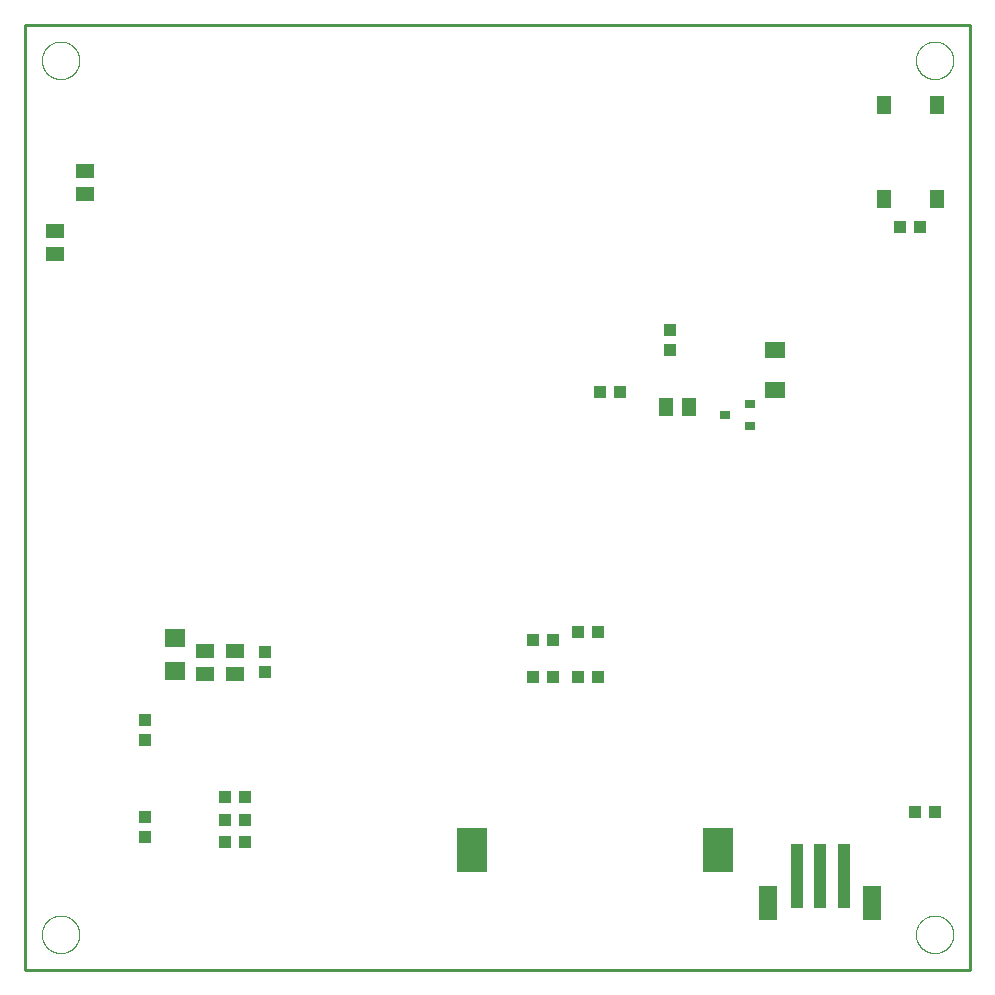
<source format=gbp>
G75*
%MOIN*%
%OFA0B0*%
%FSLAX25Y25*%
%IPPOS*%
%LPD*%
%AMOC8*
5,1,8,0,0,1.08239X$1,22.5*
%
%ADD10C,0.01000*%
%ADD11C,0.00000*%
%ADD12R,0.04331X0.03937*%
%ADD13R,0.03937X0.04331*%
%ADD14R,0.05906X0.05118*%
%ADD15R,0.07087X0.06299*%
%ADD16R,0.03543X0.03150*%
%ADD17R,0.05118X0.05906*%
%ADD18R,0.07087X0.05512*%
%ADD19R,0.05118X0.06102*%
%ADD20R,0.03937X0.21654*%
%ADD21R,0.06299X0.11811*%
%ADD22R,0.10000X0.15000*%
D10*
X0032280Y0028618D02*
X0032280Y0343579D01*
X0347241Y0343579D01*
X0347241Y0028618D01*
X0032280Y0028618D01*
D11*
X0037841Y0040429D02*
X0037843Y0040587D01*
X0037849Y0040744D01*
X0037859Y0040902D01*
X0037873Y0041059D01*
X0037891Y0041215D01*
X0037912Y0041372D01*
X0037938Y0041527D01*
X0037968Y0041682D01*
X0038001Y0041836D01*
X0038039Y0041989D01*
X0038080Y0042142D01*
X0038125Y0042293D01*
X0038174Y0042443D01*
X0038227Y0042591D01*
X0038283Y0042739D01*
X0038344Y0042884D01*
X0038407Y0043029D01*
X0038475Y0043171D01*
X0038546Y0043312D01*
X0038620Y0043451D01*
X0038698Y0043588D01*
X0038780Y0043723D01*
X0038864Y0043856D01*
X0038953Y0043987D01*
X0039044Y0044115D01*
X0039139Y0044242D01*
X0039236Y0044365D01*
X0039337Y0044487D01*
X0039441Y0044605D01*
X0039548Y0044721D01*
X0039658Y0044834D01*
X0039770Y0044945D01*
X0039886Y0045052D01*
X0040004Y0045157D01*
X0040124Y0045259D01*
X0040247Y0045357D01*
X0040373Y0045453D01*
X0040501Y0045545D01*
X0040631Y0045634D01*
X0040763Y0045720D01*
X0040898Y0045802D01*
X0041035Y0045881D01*
X0041173Y0045956D01*
X0041313Y0046028D01*
X0041456Y0046096D01*
X0041599Y0046161D01*
X0041745Y0046222D01*
X0041892Y0046279D01*
X0042040Y0046333D01*
X0042190Y0046383D01*
X0042340Y0046429D01*
X0042492Y0046471D01*
X0042645Y0046510D01*
X0042799Y0046544D01*
X0042954Y0046575D01*
X0043109Y0046601D01*
X0043265Y0046624D01*
X0043422Y0046643D01*
X0043579Y0046658D01*
X0043736Y0046669D01*
X0043894Y0046676D01*
X0044052Y0046679D01*
X0044209Y0046678D01*
X0044367Y0046673D01*
X0044524Y0046664D01*
X0044682Y0046651D01*
X0044838Y0046634D01*
X0044995Y0046613D01*
X0045150Y0046589D01*
X0045305Y0046560D01*
X0045460Y0046527D01*
X0045613Y0046491D01*
X0045766Y0046450D01*
X0045917Y0046406D01*
X0046067Y0046358D01*
X0046216Y0046307D01*
X0046364Y0046251D01*
X0046510Y0046192D01*
X0046655Y0046129D01*
X0046798Y0046062D01*
X0046939Y0045992D01*
X0047078Y0045919D01*
X0047216Y0045842D01*
X0047352Y0045761D01*
X0047485Y0045677D01*
X0047616Y0045590D01*
X0047745Y0045499D01*
X0047872Y0045405D01*
X0047997Y0045308D01*
X0048118Y0045208D01*
X0048238Y0045105D01*
X0048354Y0044999D01*
X0048468Y0044890D01*
X0048580Y0044778D01*
X0048688Y0044664D01*
X0048793Y0044546D01*
X0048896Y0044426D01*
X0048995Y0044304D01*
X0049091Y0044179D01*
X0049184Y0044051D01*
X0049274Y0043922D01*
X0049360Y0043790D01*
X0049444Y0043656D01*
X0049523Y0043520D01*
X0049600Y0043382D01*
X0049672Y0043242D01*
X0049741Y0043100D01*
X0049807Y0042957D01*
X0049869Y0042812D01*
X0049927Y0042665D01*
X0049982Y0042517D01*
X0050033Y0042368D01*
X0050080Y0042217D01*
X0050123Y0042066D01*
X0050162Y0041913D01*
X0050198Y0041759D01*
X0050229Y0041605D01*
X0050257Y0041450D01*
X0050281Y0041294D01*
X0050301Y0041137D01*
X0050317Y0040980D01*
X0050329Y0040823D01*
X0050337Y0040666D01*
X0050341Y0040508D01*
X0050341Y0040350D01*
X0050337Y0040192D01*
X0050329Y0040035D01*
X0050317Y0039878D01*
X0050301Y0039721D01*
X0050281Y0039564D01*
X0050257Y0039408D01*
X0050229Y0039253D01*
X0050198Y0039099D01*
X0050162Y0038945D01*
X0050123Y0038792D01*
X0050080Y0038641D01*
X0050033Y0038490D01*
X0049982Y0038341D01*
X0049927Y0038193D01*
X0049869Y0038046D01*
X0049807Y0037901D01*
X0049741Y0037758D01*
X0049672Y0037616D01*
X0049600Y0037476D01*
X0049523Y0037338D01*
X0049444Y0037202D01*
X0049360Y0037068D01*
X0049274Y0036936D01*
X0049184Y0036807D01*
X0049091Y0036679D01*
X0048995Y0036554D01*
X0048896Y0036432D01*
X0048793Y0036312D01*
X0048688Y0036194D01*
X0048580Y0036080D01*
X0048468Y0035968D01*
X0048354Y0035859D01*
X0048238Y0035753D01*
X0048118Y0035650D01*
X0047997Y0035550D01*
X0047872Y0035453D01*
X0047745Y0035359D01*
X0047616Y0035268D01*
X0047485Y0035181D01*
X0047352Y0035097D01*
X0047216Y0035016D01*
X0047078Y0034939D01*
X0046939Y0034866D01*
X0046798Y0034796D01*
X0046655Y0034729D01*
X0046510Y0034666D01*
X0046364Y0034607D01*
X0046216Y0034551D01*
X0046067Y0034500D01*
X0045917Y0034452D01*
X0045766Y0034408D01*
X0045613Y0034367D01*
X0045460Y0034331D01*
X0045305Y0034298D01*
X0045150Y0034269D01*
X0044995Y0034245D01*
X0044838Y0034224D01*
X0044682Y0034207D01*
X0044524Y0034194D01*
X0044367Y0034185D01*
X0044209Y0034180D01*
X0044052Y0034179D01*
X0043894Y0034182D01*
X0043736Y0034189D01*
X0043579Y0034200D01*
X0043422Y0034215D01*
X0043265Y0034234D01*
X0043109Y0034257D01*
X0042954Y0034283D01*
X0042799Y0034314D01*
X0042645Y0034348D01*
X0042492Y0034387D01*
X0042340Y0034429D01*
X0042190Y0034475D01*
X0042040Y0034525D01*
X0041892Y0034579D01*
X0041745Y0034636D01*
X0041599Y0034697D01*
X0041456Y0034762D01*
X0041313Y0034830D01*
X0041173Y0034902D01*
X0041035Y0034977D01*
X0040898Y0035056D01*
X0040763Y0035138D01*
X0040631Y0035224D01*
X0040501Y0035313D01*
X0040373Y0035405D01*
X0040247Y0035501D01*
X0040124Y0035599D01*
X0040004Y0035701D01*
X0039886Y0035806D01*
X0039770Y0035913D01*
X0039658Y0036024D01*
X0039548Y0036137D01*
X0039441Y0036253D01*
X0039337Y0036371D01*
X0039236Y0036493D01*
X0039139Y0036616D01*
X0039044Y0036743D01*
X0038953Y0036871D01*
X0038864Y0037002D01*
X0038780Y0037135D01*
X0038698Y0037270D01*
X0038620Y0037407D01*
X0038546Y0037546D01*
X0038475Y0037687D01*
X0038407Y0037829D01*
X0038344Y0037974D01*
X0038283Y0038119D01*
X0038227Y0038267D01*
X0038174Y0038415D01*
X0038125Y0038565D01*
X0038080Y0038716D01*
X0038039Y0038869D01*
X0038001Y0039022D01*
X0037968Y0039176D01*
X0037938Y0039331D01*
X0037912Y0039486D01*
X0037891Y0039643D01*
X0037873Y0039799D01*
X0037859Y0039956D01*
X0037849Y0040114D01*
X0037843Y0040271D01*
X0037841Y0040429D01*
X0329180Y0040429D02*
X0329182Y0040587D01*
X0329188Y0040744D01*
X0329198Y0040902D01*
X0329212Y0041059D01*
X0329230Y0041215D01*
X0329251Y0041372D01*
X0329277Y0041527D01*
X0329307Y0041682D01*
X0329340Y0041836D01*
X0329378Y0041989D01*
X0329419Y0042142D01*
X0329464Y0042293D01*
X0329513Y0042443D01*
X0329566Y0042591D01*
X0329622Y0042739D01*
X0329683Y0042884D01*
X0329746Y0043029D01*
X0329814Y0043171D01*
X0329885Y0043312D01*
X0329959Y0043451D01*
X0330037Y0043588D01*
X0330119Y0043723D01*
X0330203Y0043856D01*
X0330292Y0043987D01*
X0330383Y0044115D01*
X0330478Y0044242D01*
X0330575Y0044365D01*
X0330676Y0044487D01*
X0330780Y0044605D01*
X0330887Y0044721D01*
X0330997Y0044834D01*
X0331109Y0044945D01*
X0331225Y0045052D01*
X0331343Y0045157D01*
X0331463Y0045259D01*
X0331586Y0045357D01*
X0331712Y0045453D01*
X0331840Y0045545D01*
X0331970Y0045634D01*
X0332102Y0045720D01*
X0332237Y0045802D01*
X0332374Y0045881D01*
X0332512Y0045956D01*
X0332652Y0046028D01*
X0332795Y0046096D01*
X0332938Y0046161D01*
X0333084Y0046222D01*
X0333231Y0046279D01*
X0333379Y0046333D01*
X0333529Y0046383D01*
X0333679Y0046429D01*
X0333831Y0046471D01*
X0333984Y0046510D01*
X0334138Y0046544D01*
X0334293Y0046575D01*
X0334448Y0046601D01*
X0334604Y0046624D01*
X0334761Y0046643D01*
X0334918Y0046658D01*
X0335075Y0046669D01*
X0335233Y0046676D01*
X0335391Y0046679D01*
X0335548Y0046678D01*
X0335706Y0046673D01*
X0335863Y0046664D01*
X0336021Y0046651D01*
X0336177Y0046634D01*
X0336334Y0046613D01*
X0336489Y0046589D01*
X0336644Y0046560D01*
X0336799Y0046527D01*
X0336952Y0046491D01*
X0337105Y0046450D01*
X0337256Y0046406D01*
X0337406Y0046358D01*
X0337555Y0046307D01*
X0337703Y0046251D01*
X0337849Y0046192D01*
X0337994Y0046129D01*
X0338137Y0046062D01*
X0338278Y0045992D01*
X0338417Y0045919D01*
X0338555Y0045842D01*
X0338691Y0045761D01*
X0338824Y0045677D01*
X0338955Y0045590D01*
X0339084Y0045499D01*
X0339211Y0045405D01*
X0339336Y0045308D01*
X0339457Y0045208D01*
X0339577Y0045105D01*
X0339693Y0044999D01*
X0339807Y0044890D01*
X0339919Y0044778D01*
X0340027Y0044664D01*
X0340132Y0044546D01*
X0340235Y0044426D01*
X0340334Y0044304D01*
X0340430Y0044179D01*
X0340523Y0044051D01*
X0340613Y0043922D01*
X0340699Y0043790D01*
X0340783Y0043656D01*
X0340862Y0043520D01*
X0340939Y0043382D01*
X0341011Y0043242D01*
X0341080Y0043100D01*
X0341146Y0042957D01*
X0341208Y0042812D01*
X0341266Y0042665D01*
X0341321Y0042517D01*
X0341372Y0042368D01*
X0341419Y0042217D01*
X0341462Y0042066D01*
X0341501Y0041913D01*
X0341537Y0041759D01*
X0341568Y0041605D01*
X0341596Y0041450D01*
X0341620Y0041294D01*
X0341640Y0041137D01*
X0341656Y0040980D01*
X0341668Y0040823D01*
X0341676Y0040666D01*
X0341680Y0040508D01*
X0341680Y0040350D01*
X0341676Y0040192D01*
X0341668Y0040035D01*
X0341656Y0039878D01*
X0341640Y0039721D01*
X0341620Y0039564D01*
X0341596Y0039408D01*
X0341568Y0039253D01*
X0341537Y0039099D01*
X0341501Y0038945D01*
X0341462Y0038792D01*
X0341419Y0038641D01*
X0341372Y0038490D01*
X0341321Y0038341D01*
X0341266Y0038193D01*
X0341208Y0038046D01*
X0341146Y0037901D01*
X0341080Y0037758D01*
X0341011Y0037616D01*
X0340939Y0037476D01*
X0340862Y0037338D01*
X0340783Y0037202D01*
X0340699Y0037068D01*
X0340613Y0036936D01*
X0340523Y0036807D01*
X0340430Y0036679D01*
X0340334Y0036554D01*
X0340235Y0036432D01*
X0340132Y0036312D01*
X0340027Y0036194D01*
X0339919Y0036080D01*
X0339807Y0035968D01*
X0339693Y0035859D01*
X0339577Y0035753D01*
X0339457Y0035650D01*
X0339336Y0035550D01*
X0339211Y0035453D01*
X0339084Y0035359D01*
X0338955Y0035268D01*
X0338824Y0035181D01*
X0338691Y0035097D01*
X0338555Y0035016D01*
X0338417Y0034939D01*
X0338278Y0034866D01*
X0338137Y0034796D01*
X0337994Y0034729D01*
X0337849Y0034666D01*
X0337703Y0034607D01*
X0337555Y0034551D01*
X0337406Y0034500D01*
X0337256Y0034452D01*
X0337105Y0034408D01*
X0336952Y0034367D01*
X0336799Y0034331D01*
X0336644Y0034298D01*
X0336489Y0034269D01*
X0336334Y0034245D01*
X0336177Y0034224D01*
X0336021Y0034207D01*
X0335863Y0034194D01*
X0335706Y0034185D01*
X0335548Y0034180D01*
X0335391Y0034179D01*
X0335233Y0034182D01*
X0335075Y0034189D01*
X0334918Y0034200D01*
X0334761Y0034215D01*
X0334604Y0034234D01*
X0334448Y0034257D01*
X0334293Y0034283D01*
X0334138Y0034314D01*
X0333984Y0034348D01*
X0333831Y0034387D01*
X0333679Y0034429D01*
X0333529Y0034475D01*
X0333379Y0034525D01*
X0333231Y0034579D01*
X0333084Y0034636D01*
X0332938Y0034697D01*
X0332795Y0034762D01*
X0332652Y0034830D01*
X0332512Y0034902D01*
X0332374Y0034977D01*
X0332237Y0035056D01*
X0332102Y0035138D01*
X0331970Y0035224D01*
X0331840Y0035313D01*
X0331712Y0035405D01*
X0331586Y0035501D01*
X0331463Y0035599D01*
X0331343Y0035701D01*
X0331225Y0035806D01*
X0331109Y0035913D01*
X0330997Y0036024D01*
X0330887Y0036137D01*
X0330780Y0036253D01*
X0330676Y0036371D01*
X0330575Y0036493D01*
X0330478Y0036616D01*
X0330383Y0036743D01*
X0330292Y0036871D01*
X0330203Y0037002D01*
X0330119Y0037135D01*
X0330037Y0037270D01*
X0329959Y0037407D01*
X0329885Y0037546D01*
X0329814Y0037687D01*
X0329746Y0037829D01*
X0329683Y0037974D01*
X0329622Y0038119D01*
X0329566Y0038267D01*
X0329513Y0038415D01*
X0329464Y0038565D01*
X0329419Y0038716D01*
X0329378Y0038869D01*
X0329340Y0039022D01*
X0329307Y0039176D01*
X0329277Y0039331D01*
X0329251Y0039486D01*
X0329230Y0039643D01*
X0329212Y0039799D01*
X0329198Y0039956D01*
X0329188Y0040114D01*
X0329182Y0040271D01*
X0329180Y0040429D01*
X0329180Y0331768D02*
X0329182Y0331926D01*
X0329188Y0332083D01*
X0329198Y0332241D01*
X0329212Y0332398D01*
X0329230Y0332554D01*
X0329251Y0332711D01*
X0329277Y0332866D01*
X0329307Y0333021D01*
X0329340Y0333175D01*
X0329378Y0333328D01*
X0329419Y0333481D01*
X0329464Y0333632D01*
X0329513Y0333782D01*
X0329566Y0333930D01*
X0329622Y0334078D01*
X0329683Y0334223D01*
X0329746Y0334368D01*
X0329814Y0334510D01*
X0329885Y0334651D01*
X0329959Y0334790D01*
X0330037Y0334927D01*
X0330119Y0335062D01*
X0330203Y0335195D01*
X0330292Y0335326D01*
X0330383Y0335454D01*
X0330478Y0335581D01*
X0330575Y0335704D01*
X0330676Y0335826D01*
X0330780Y0335944D01*
X0330887Y0336060D01*
X0330997Y0336173D01*
X0331109Y0336284D01*
X0331225Y0336391D01*
X0331343Y0336496D01*
X0331463Y0336598D01*
X0331586Y0336696D01*
X0331712Y0336792D01*
X0331840Y0336884D01*
X0331970Y0336973D01*
X0332102Y0337059D01*
X0332237Y0337141D01*
X0332374Y0337220D01*
X0332512Y0337295D01*
X0332652Y0337367D01*
X0332795Y0337435D01*
X0332938Y0337500D01*
X0333084Y0337561D01*
X0333231Y0337618D01*
X0333379Y0337672D01*
X0333529Y0337722D01*
X0333679Y0337768D01*
X0333831Y0337810D01*
X0333984Y0337849D01*
X0334138Y0337883D01*
X0334293Y0337914D01*
X0334448Y0337940D01*
X0334604Y0337963D01*
X0334761Y0337982D01*
X0334918Y0337997D01*
X0335075Y0338008D01*
X0335233Y0338015D01*
X0335391Y0338018D01*
X0335548Y0338017D01*
X0335706Y0338012D01*
X0335863Y0338003D01*
X0336021Y0337990D01*
X0336177Y0337973D01*
X0336334Y0337952D01*
X0336489Y0337928D01*
X0336644Y0337899D01*
X0336799Y0337866D01*
X0336952Y0337830D01*
X0337105Y0337789D01*
X0337256Y0337745D01*
X0337406Y0337697D01*
X0337555Y0337646D01*
X0337703Y0337590D01*
X0337849Y0337531D01*
X0337994Y0337468D01*
X0338137Y0337401D01*
X0338278Y0337331D01*
X0338417Y0337258D01*
X0338555Y0337181D01*
X0338691Y0337100D01*
X0338824Y0337016D01*
X0338955Y0336929D01*
X0339084Y0336838D01*
X0339211Y0336744D01*
X0339336Y0336647D01*
X0339457Y0336547D01*
X0339577Y0336444D01*
X0339693Y0336338D01*
X0339807Y0336229D01*
X0339919Y0336117D01*
X0340027Y0336003D01*
X0340132Y0335885D01*
X0340235Y0335765D01*
X0340334Y0335643D01*
X0340430Y0335518D01*
X0340523Y0335390D01*
X0340613Y0335261D01*
X0340699Y0335129D01*
X0340783Y0334995D01*
X0340862Y0334859D01*
X0340939Y0334721D01*
X0341011Y0334581D01*
X0341080Y0334439D01*
X0341146Y0334296D01*
X0341208Y0334151D01*
X0341266Y0334004D01*
X0341321Y0333856D01*
X0341372Y0333707D01*
X0341419Y0333556D01*
X0341462Y0333405D01*
X0341501Y0333252D01*
X0341537Y0333098D01*
X0341568Y0332944D01*
X0341596Y0332789D01*
X0341620Y0332633D01*
X0341640Y0332476D01*
X0341656Y0332319D01*
X0341668Y0332162D01*
X0341676Y0332005D01*
X0341680Y0331847D01*
X0341680Y0331689D01*
X0341676Y0331531D01*
X0341668Y0331374D01*
X0341656Y0331217D01*
X0341640Y0331060D01*
X0341620Y0330903D01*
X0341596Y0330747D01*
X0341568Y0330592D01*
X0341537Y0330438D01*
X0341501Y0330284D01*
X0341462Y0330131D01*
X0341419Y0329980D01*
X0341372Y0329829D01*
X0341321Y0329680D01*
X0341266Y0329532D01*
X0341208Y0329385D01*
X0341146Y0329240D01*
X0341080Y0329097D01*
X0341011Y0328955D01*
X0340939Y0328815D01*
X0340862Y0328677D01*
X0340783Y0328541D01*
X0340699Y0328407D01*
X0340613Y0328275D01*
X0340523Y0328146D01*
X0340430Y0328018D01*
X0340334Y0327893D01*
X0340235Y0327771D01*
X0340132Y0327651D01*
X0340027Y0327533D01*
X0339919Y0327419D01*
X0339807Y0327307D01*
X0339693Y0327198D01*
X0339577Y0327092D01*
X0339457Y0326989D01*
X0339336Y0326889D01*
X0339211Y0326792D01*
X0339084Y0326698D01*
X0338955Y0326607D01*
X0338824Y0326520D01*
X0338691Y0326436D01*
X0338555Y0326355D01*
X0338417Y0326278D01*
X0338278Y0326205D01*
X0338137Y0326135D01*
X0337994Y0326068D01*
X0337849Y0326005D01*
X0337703Y0325946D01*
X0337555Y0325890D01*
X0337406Y0325839D01*
X0337256Y0325791D01*
X0337105Y0325747D01*
X0336952Y0325706D01*
X0336799Y0325670D01*
X0336644Y0325637D01*
X0336489Y0325608D01*
X0336334Y0325584D01*
X0336177Y0325563D01*
X0336021Y0325546D01*
X0335863Y0325533D01*
X0335706Y0325524D01*
X0335548Y0325519D01*
X0335391Y0325518D01*
X0335233Y0325521D01*
X0335075Y0325528D01*
X0334918Y0325539D01*
X0334761Y0325554D01*
X0334604Y0325573D01*
X0334448Y0325596D01*
X0334293Y0325622D01*
X0334138Y0325653D01*
X0333984Y0325687D01*
X0333831Y0325726D01*
X0333679Y0325768D01*
X0333529Y0325814D01*
X0333379Y0325864D01*
X0333231Y0325918D01*
X0333084Y0325975D01*
X0332938Y0326036D01*
X0332795Y0326101D01*
X0332652Y0326169D01*
X0332512Y0326241D01*
X0332374Y0326316D01*
X0332237Y0326395D01*
X0332102Y0326477D01*
X0331970Y0326563D01*
X0331840Y0326652D01*
X0331712Y0326744D01*
X0331586Y0326840D01*
X0331463Y0326938D01*
X0331343Y0327040D01*
X0331225Y0327145D01*
X0331109Y0327252D01*
X0330997Y0327363D01*
X0330887Y0327476D01*
X0330780Y0327592D01*
X0330676Y0327710D01*
X0330575Y0327832D01*
X0330478Y0327955D01*
X0330383Y0328082D01*
X0330292Y0328210D01*
X0330203Y0328341D01*
X0330119Y0328474D01*
X0330037Y0328609D01*
X0329959Y0328746D01*
X0329885Y0328885D01*
X0329814Y0329026D01*
X0329746Y0329168D01*
X0329683Y0329313D01*
X0329622Y0329458D01*
X0329566Y0329606D01*
X0329513Y0329754D01*
X0329464Y0329904D01*
X0329419Y0330055D01*
X0329378Y0330208D01*
X0329340Y0330361D01*
X0329307Y0330515D01*
X0329277Y0330670D01*
X0329251Y0330825D01*
X0329230Y0330982D01*
X0329212Y0331138D01*
X0329198Y0331295D01*
X0329188Y0331453D01*
X0329182Y0331610D01*
X0329180Y0331768D01*
X0037841Y0331768D02*
X0037843Y0331926D01*
X0037849Y0332083D01*
X0037859Y0332241D01*
X0037873Y0332398D01*
X0037891Y0332554D01*
X0037912Y0332711D01*
X0037938Y0332866D01*
X0037968Y0333021D01*
X0038001Y0333175D01*
X0038039Y0333328D01*
X0038080Y0333481D01*
X0038125Y0333632D01*
X0038174Y0333782D01*
X0038227Y0333930D01*
X0038283Y0334078D01*
X0038344Y0334223D01*
X0038407Y0334368D01*
X0038475Y0334510D01*
X0038546Y0334651D01*
X0038620Y0334790D01*
X0038698Y0334927D01*
X0038780Y0335062D01*
X0038864Y0335195D01*
X0038953Y0335326D01*
X0039044Y0335454D01*
X0039139Y0335581D01*
X0039236Y0335704D01*
X0039337Y0335826D01*
X0039441Y0335944D01*
X0039548Y0336060D01*
X0039658Y0336173D01*
X0039770Y0336284D01*
X0039886Y0336391D01*
X0040004Y0336496D01*
X0040124Y0336598D01*
X0040247Y0336696D01*
X0040373Y0336792D01*
X0040501Y0336884D01*
X0040631Y0336973D01*
X0040763Y0337059D01*
X0040898Y0337141D01*
X0041035Y0337220D01*
X0041173Y0337295D01*
X0041313Y0337367D01*
X0041456Y0337435D01*
X0041599Y0337500D01*
X0041745Y0337561D01*
X0041892Y0337618D01*
X0042040Y0337672D01*
X0042190Y0337722D01*
X0042340Y0337768D01*
X0042492Y0337810D01*
X0042645Y0337849D01*
X0042799Y0337883D01*
X0042954Y0337914D01*
X0043109Y0337940D01*
X0043265Y0337963D01*
X0043422Y0337982D01*
X0043579Y0337997D01*
X0043736Y0338008D01*
X0043894Y0338015D01*
X0044052Y0338018D01*
X0044209Y0338017D01*
X0044367Y0338012D01*
X0044524Y0338003D01*
X0044682Y0337990D01*
X0044838Y0337973D01*
X0044995Y0337952D01*
X0045150Y0337928D01*
X0045305Y0337899D01*
X0045460Y0337866D01*
X0045613Y0337830D01*
X0045766Y0337789D01*
X0045917Y0337745D01*
X0046067Y0337697D01*
X0046216Y0337646D01*
X0046364Y0337590D01*
X0046510Y0337531D01*
X0046655Y0337468D01*
X0046798Y0337401D01*
X0046939Y0337331D01*
X0047078Y0337258D01*
X0047216Y0337181D01*
X0047352Y0337100D01*
X0047485Y0337016D01*
X0047616Y0336929D01*
X0047745Y0336838D01*
X0047872Y0336744D01*
X0047997Y0336647D01*
X0048118Y0336547D01*
X0048238Y0336444D01*
X0048354Y0336338D01*
X0048468Y0336229D01*
X0048580Y0336117D01*
X0048688Y0336003D01*
X0048793Y0335885D01*
X0048896Y0335765D01*
X0048995Y0335643D01*
X0049091Y0335518D01*
X0049184Y0335390D01*
X0049274Y0335261D01*
X0049360Y0335129D01*
X0049444Y0334995D01*
X0049523Y0334859D01*
X0049600Y0334721D01*
X0049672Y0334581D01*
X0049741Y0334439D01*
X0049807Y0334296D01*
X0049869Y0334151D01*
X0049927Y0334004D01*
X0049982Y0333856D01*
X0050033Y0333707D01*
X0050080Y0333556D01*
X0050123Y0333405D01*
X0050162Y0333252D01*
X0050198Y0333098D01*
X0050229Y0332944D01*
X0050257Y0332789D01*
X0050281Y0332633D01*
X0050301Y0332476D01*
X0050317Y0332319D01*
X0050329Y0332162D01*
X0050337Y0332005D01*
X0050341Y0331847D01*
X0050341Y0331689D01*
X0050337Y0331531D01*
X0050329Y0331374D01*
X0050317Y0331217D01*
X0050301Y0331060D01*
X0050281Y0330903D01*
X0050257Y0330747D01*
X0050229Y0330592D01*
X0050198Y0330438D01*
X0050162Y0330284D01*
X0050123Y0330131D01*
X0050080Y0329980D01*
X0050033Y0329829D01*
X0049982Y0329680D01*
X0049927Y0329532D01*
X0049869Y0329385D01*
X0049807Y0329240D01*
X0049741Y0329097D01*
X0049672Y0328955D01*
X0049600Y0328815D01*
X0049523Y0328677D01*
X0049444Y0328541D01*
X0049360Y0328407D01*
X0049274Y0328275D01*
X0049184Y0328146D01*
X0049091Y0328018D01*
X0048995Y0327893D01*
X0048896Y0327771D01*
X0048793Y0327651D01*
X0048688Y0327533D01*
X0048580Y0327419D01*
X0048468Y0327307D01*
X0048354Y0327198D01*
X0048238Y0327092D01*
X0048118Y0326989D01*
X0047997Y0326889D01*
X0047872Y0326792D01*
X0047745Y0326698D01*
X0047616Y0326607D01*
X0047485Y0326520D01*
X0047352Y0326436D01*
X0047216Y0326355D01*
X0047078Y0326278D01*
X0046939Y0326205D01*
X0046798Y0326135D01*
X0046655Y0326068D01*
X0046510Y0326005D01*
X0046364Y0325946D01*
X0046216Y0325890D01*
X0046067Y0325839D01*
X0045917Y0325791D01*
X0045766Y0325747D01*
X0045613Y0325706D01*
X0045460Y0325670D01*
X0045305Y0325637D01*
X0045150Y0325608D01*
X0044995Y0325584D01*
X0044838Y0325563D01*
X0044682Y0325546D01*
X0044524Y0325533D01*
X0044367Y0325524D01*
X0044209Y0325519D01*
X0044052Y0325518D01*
X0043894Y0325521D01*
X0043736Y0325528D01*
X0043579Y0325539D01*
X0043422Y0325554D01*
X0043265Y0325573D01*
X0043109Y0325596D01*
X0042954Y0325622D01*
X0042799Y0325653D01*
X0042645Y0325687D01*
X0042492Y0325726D01*
X0042340Y0325768D01*
X0042190Y0325814D01*
X0042040Y0325864D01*
X0041892Y0325918D01*
X0041745Y0325975D01*
X0041599Y0326036D01*
X0041456Y0326101D01*
X0041313Y0326169D01*
X0041173Y0326241D01*
X0041035Y0326316D01*
X0040898Y0326395D01*
X0040763Y0326477D01*
X0040631Y0326563D01*
X0040501Y0326652D01*
X0040373Y0326744D01*
X0040247Y0326840D01*
X0040124Y0326938D01*
X0040004Y0327040D01*
X0039886Y0327145D01*
X0039770Y0327252D01*
X0039658Y0327363D01*
X0039548Y0327476D01*
X0039441Y0327592D01*
X0039337Y0327710D01*
X0039236Y0327832D01*
X0039139Y0327955D01*
X0039044Y0328082D01*
X0038953Y0328210D01*
X0038864Y0328341D01*
X0038780Y0328474D01*
X0038698Y0328609D01*
X0038620Y0328746D01*
X0038546Y0328885D01*
X0038475Y0329026D01*
X0038407Y0329168D01*
X0038344Y0329313D01*
X0038283Y0329458D01*
X0038227Y0329606D01*
X0038174Y0329754D01*
X0038125Y0329904D01*
X0038080Y0330055D01*
X0038039Y0330208D01*
X0038001Y0330361D01*
X0037968Y0330515D01*
X0037938Y0330670D01*
X0037912Y0330825D01*
X0037891Y0330982D01*
X0037873Y0331138D01*
X0037859Y0331295D01*
X0037849Y0331453D01*
X0037843Y0331610D01*
X0037841Y0331768D01*
D12*
X0247280Y0241965D03*
X0247280Y0235272D03*
X0223127Y0141118D03*
X0216434Y0141118D03*
X0208127Y0138618D03*
X0201434Y0138618D03*
X0201434Y0126118D03*
X0208127Y0126118D03*
X0216434Y0126118D03*
X0223127Y0126118D03*
X0105627Y0071118D03*
X0098934Y0071118D03*
X0072280Y0072772D03*
X0072280Y0079465D03*
X0072280Y0105272D03*
X0072280Y0111965D03*
D13*
X0098934Y0086118D03*
X0105627Y0086118D03*
X0105627Y0078618D03*
X0098934Y0078618D03*
X0112280Y0127772D03*
X0112280Y0134465D03*
X0223934Y0221118D03*
X0230627Y0221118D03*
X0323934Y0276118D03*
X0330627Y0276118D03*
X0328934Y0081118D03*
X0335627Y0081118D03*
D14*
X0102280Y0127378D03*
X0102280Y0134858D03*
X0092280Y0134858D03*
X0092280Y0127378D03*
X0042280Y0267378D03*
X0042280Y0274858D03*
X0052280Y0287378D03*
X0052280Y0294858D03*
D15*
X0082280Y0139130D03*
X0082280Y0128106D03*
D16*
X0265449Y0213618D03*
X0273717Y0209878D03*
X0273717Y0217358D03*
D17*
X0253520Y0216118D03*
X0246040Y0216118D03*
D18*
X0282280Y0221925D03*
X0282280Y0235311D03*
D19*
X0318422Y0285469D03*
X0336138Y0285469D03*
X0336138Y0316768D03*
X0318422Y0316768D03*
D20*
X0305154Y0059799D03*
X0297280Y0059799D03*
X0289406Y0059799D03*
D21*
X0279957Y0050941D03*
X0314603Y0050941D03*
D22*
X0263284Y0068618D03*
X0181276Y0068618D03*
M02*

</source>
